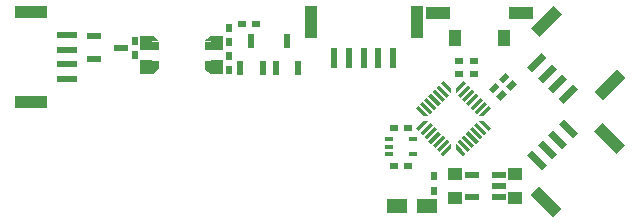
<source format=gbr>
G04 #@! TF.FileFunction,Soldermask,Bot*
%FSLAX46Y46*%
G04 Gerber Fmt 4.6, Leading zero omitted, Abs format (unit mm)*
G04 Created by KiCad (PCBNEW 4.0.7-e2-6376~58~ubuntu14.04.1) date Wed May 23 17:30:10 2018*
%MOMM*%
%LPD*%
G01*
G04 APERTURE LIST*
%ADD10C,0.100000*%
%ADD11R,1.200000X0.600000*%
%ADD12R,0.600000X1.700000*%
%ADD13R,1.000000X2.700000*%
%ADD14R,1.200000X1.000000*%
%ADD15R,0.500000X0.800000*%
%ADD16R,0.800000X0.500000*%
%ADD17R,1.600000X0.800000*%
%ADD18R,1.000000X1.200000*%
%ADD19R,1.700000X0.600000*%
%ADD20R,2.700000X1.000000*%
%ADD21R,1.000000X1.400000*%
%ADD22R,2.000000X1.000000*%
%ADD23R,0.600000X1.200000*%
%ADD24R,1.800000X1.250000*%
%ADD25R,0.800000X0.300000*%
G04 APERTURE END LIST*
D10*
G36*
X191560660Y-67630152D02*
X190924264Y-68266548D01*
X190712132Y-68054416D01*
X191348528Y-67418020D01*
X191560660Y-67630152D01*
X191560660Y-67630152D01*
G37*
G36*
X191914213Y-67983705D02*
X191065685Y-68832233D01*
X190853553Y-68620101D01*
X191702081Y-67771573D01*
X191914213Y-67983705D01*
X191914213Y-67983705D01*
G37*
G36*
X192267767Y-68337258D02*
X191419239Y-69185786D01*
X191207107Y-68973654D01*
X192055635Y-68125126D01*
X192267767Y-68337258D01*
X192267767Y-68337258D01*
G37*
G36*
X192621320Y-68690812D02*
X191772792Y-69539340D01*
X191560660Y-69327208D01*
X192409188Y-68478680D01*
X192621320Y-68690812D01*
X192621320Y-68690812D01*
G37*
G36*
X192974874Y-69044365D02*
X192126346Y-69892893D01*
X191914214Y-69680761D01*
X192762742Y-68832233D01*
X192974874Y-69044365D01*
X192974874Y-69044365D01*
G37*
G36*
X193328427Y-69397919D02*
X192479899Y-70246447D01*
X192267767Y-70034315D01*
X193116295Y-69185787D01*
X193328427Y-69397919D01*
X193328427Y-69397919D01*
G37*
G36*
X193681980Y-69751472D02*
X193045584Y-70387868D01*
X192833452Y-70175736D01*
X193469848Y-69539340D01*
X193681980Y-69751472D01*
X193681980Y-69751472D01*
G37*
G36*
X193469848Y-71660660D02*
X192833452Y-71024264D01*
X193045584Y-70812132D01*
X193681980Y-71448528D01*
X193469848Y-71660660D01*
X193469848Y-71660660D01*
G37*
G36*
X193116295Y-72014213D02*
X192267767Y-71165685D01*
X192479899Y-70953553D01*
X193328427Y-71802081D01*
X193116295Y-72014213D01*
X193116295Y-72014213D01*
G37*
G36*
X192762742Y-72367767D02*
X191914214Y-71519239D01*
X192126346Y-71307107D01*
X192974874Y-72155635D01*
X192762742Y-72367767D01*
X192762742Y-72367767D01*
G37*
G36*
X192409188Y-72721320D02*
X191560660Y-71872792D01*
X191772792Y-71660660D01*
X192621320Y-72509188D01*
X192409188Y-72721320D01*
X192409188Y-72721320D01*
G37*
G36*
X192055635Y-73074874D02*
X191207107Y-72226346D01*
X191419239Y-72014214D01*
X192267767Y-72862742D01*
X192055635Y-73074874D01*
X192055635Y-73074874D01*
G37*
G36*
X191702081Y-73428427D02*
X190853553Y-72579899D01*
X191065685Y-72367767D01*
X191914213Y-73216295D01*
X191702081Y-73428427D01*
X191702081Y-73428427D01*
G37*
G36*
X191348528Y-73781980D02*
X190712132Y-73145584D01*
X190924264Y-72933452D01*
X191560660Y-73569848D01*
X191348528Y-73781980D01*
X191348528Y-73781980D01*
G37*
G36*
X190287868Y-73145584D02*
X189651472Y-73781980D01*
X189439340Y-73569848D01*
X190075736Y-72933452D01*
X190287868Y-73145584D01*
X190287868Y-73145584D01*
G37*
G36*
X190146447Y-72579899D02*
X189297919Y-73428427D01*
X189085787Y-73216295D01*
X189934315Y-72367767D01*
X190146447Y-72579899D01*
X190146447Y-72579899D01*
G37*
G36*
X189792893Y-72226346D02*
X188944365Y-73074874D01*
X188732233Y-72862742D01*
X189580761Y-72014214D01*
X189792893Y-72226346D01*
X189792893Y-72226346D01*
G37*
G36*
X189439340Y-71872792D02*
X188590812Y-72721320D01*
X188378680Y-72509188D01*
X189227208Y-71660660D01*
X189439340Y-71872792D01*
X189439340Y-71872792D01*
G37*
G36*
X189085786Y-71519239D02*
X188237258Y-72367767D01*
X188025126Y-72155635D01*
X188873654Y-71307107D01*
X189085786Y-71519239D01*
X189085786Y-71519239D01*
G37*
G36*
X188732233Y-71165685D02*
X187883705Y-72014213D01*
X187671573Y-71802081D01*
X188520101Y-70953553D01*
X188732233Y-71165685D01*
X188732233Y-71165685D01*
G37*
G36*
X188166548Y-71024264D02*
X187530152Y-71660660D01*
X187318020Y-71448528D01*
X187954416Y-70812132D01*
X188166548Y-71024264D01*
X188166548Y-71024264D01*
G37*
G36*
X187954416Y-70387868D02*
X187318020Y-69751472D01*
X187530152Y-69539340D01*
X188166548Y-70175736D01*
X187954416Y-70387868D01*
X187954416Y-70387868D01*
G37*
G36*
X188520101Y-70246447D02*
X187671573Y-69397919D01*
X187883705Y-69185787D01*
X188732233Y-70034315D01*
X188520101Y-70246447D01*
X188520101Y-70246447D01*
G37*
G36*
X188873654Y-69892893D02*
X188025126Y-69044365D01*
X188237258Y-68832233D01*
X189085786Y-69680761D01*
X188873654Y-69892893D01*
X188873654Y-69892893D01*
G37*
G36*
X189227208Y-69539340D02*
X188378680Y-68690812D01*
X188590812Y-68478680D01*
X189439340Y-69327208D01*
X189227208Y-69539340D01*
X189227208Y-69539340D01*
G37*
G36*
X189580761Y-69185786D02*
X188732233Y-68337258D01*
X188944365Y-68125126D01*
X189792893Y-68973654D01*
X189580761Y-69185786D01*
X189580761Y-69185786D01*
G37*
G36*
X189934315Y-68832233D02*
X189085787Y-67983705D01*
X189297919Y-67771573D01*
X190146447Y-68620101D01*
X189934315Y-68832233D01*
X189934315Y-68832233D01*
G37*
G36*
X190075736Y-68266548D02*
X189439340Y-67630152D01*
X189651472Y-67418020D01*
X190287868Y-68054416D01*
X190075736Y-68266548D01*
X190075736Y-68266548D01*
G37*
G36*
X191242462Y-67948349D02*
X190676776Y-68514035D01*
X190676776Y-68089771D01*
X190818198Y-67948349D01*
X191242462Y-67948349D01*
X191242462Y-67948349D01*
G37*
G36*
X190323224Y-68514035D02*
X189757538Y-67948349D01*
X190181802Y-67948349D01*
X190323224Y-68089771D01*
X190323224Y-68514035D01*
X190323224Y-68514035D01*
G37*
G36*
X190676776Y-72685965D02*
X191242462Y-73251651D01*
X190818198Y-73251651D01*
X190676776Y-73110229D01*
X190676776Y-72685965D01*
X190676776Y-72685965D01*
G37*
G36*
X189757538Y-73251651D02*
X190323224Y-72685965D01*
X190323224Y-73110229D01*
X190181802Y-73251651D01*
X189757538Y-73251651D01*
X189757538Y-73251651D01*
G37*
G36*
X192585965Y-70423224D02*
X193151651Y-69857538D01*
X193151651Y-70281802D01*
X193010229Y-70423224D01*
X192585965Y-70423224D01*
X192585965Y-70423224D01*
G37*
G36*
X193151651Y-71342462D02*
X192585965Y-70776776D01*
X193010229Y-70776776D01*
X193151651Y-70918198D01*
X193151651Y-71342462D01*
X193151651Y-71342462D01*
G37*
G36*
X188414035Y-70776776D02*
X187848349Y-71342462D01*
X187848349Y-70918198D01*
X187989771Y-70776776D01*
X188414035Y-70776776D01*
X188414035Y-70776776D01*
G37*
G36*
X187848349Y-69857538D02*
X188414035Y-70423224D01*
X187989771Y-70423224D01*
X187848349Y-70281802D01*
X187848349Y-69857538D01*
X187848349Y-69857538D01*
G37*
D11*
X162350000Y-64600000D03*
X160050000Y-65550000D03*
X160050000Y-63650000D03*
D12*
X182900000Y-65500000D03*
X184150000Y-65500000D03*
X181650000Y-65500000D03*
X180400000Y-65500000D03*
D13*
X187400000Y-62450000D03*
X178400000Y-62450000D03*
D12*
X185400000Y-65500000D03*
D11*
X194350000Y-76300000D03*
X194350000Y-75350000D03*
X194350000Y-77250000D03*
X192050000Y-77250000D03*
X192050000Y-75350000D03*
D14*
X195750000Y-75300000D03*
X195750000Y-77300000D03*
D15*
X188850000Y-76700000D03*
X188850000Y-75500000D03*
D14*
X190600000Y-75300000D03*
X190600000Y-77300000D03*
D16*
X192200000Y-65700000D03*
X191000000Y-65700000D03*
D17*
X164800000Y-64450000D03*
X164800000Y-66050000D03*
X170200000Y-64450000D03*
X170200000Y-66050000D03*
D18*
X170500000Y-64250000D03*
X170500000Y-66250000D03*
X164500000Y-64250000D03*
X164500000Y-66250000D03*
D10*
G36*
X170050000Y-63650000D02*
X170600000Y-64050000D01*
X169400000Y-64050000D01*
X169950000Y-63650000D01*
X170050000Y-63650000D01*
X170050000Y-63650000D01*
G37*
G36*
X169950000Y-66850000D02*
X169400000Y-66450000D01*
X170600000Y-66450000D01*
X170050000Y-66850000D01*
X169950000Y-66850000D01*
X169950000Y-66850000D01*
G37*
G36*
X165050000Y-63650000D02*
X165600000Y-64050000D01*
X164400000Y-64050000D01*
X164950000Y-63650000D01*
X165050000Y-63650000D01*
X165050000Y-63650000D01*
G37*
G36*
X164950000Y-66850000D02*
X164400000Y-66450000D01*
X165600000Y-66450000D01*
X165050000Y-66850000D01*
X164950000Y-66850000D01*
X164950000Y-66850000D01*
G37*
D19*
X157800000Y-64775000D03*
X157800000Y-63525000D03*
X157800000Y-66025000D03*
X157800000Y-67275000D03*
D20*
X154750000Y-61600000D03*
X154750000Y-69200000D03*
D10*
G36*
X198526687Y-68032932D02*
X199728769Y-66830850D01*
X200153033Y-67255114D01*
X198950951Y-68457196D01*
X198526687Y-68032932D01*
X198526687Y-68032932D01*
G37*
G36*
X199410571Y-68916816D02*
X200612653Y-67714734D01*
X201036917Y-68138998D01*
X199834835Y-69341080D01*
X199410571Y-68916816D01*
X199410571Y-68916816D01*
G37*
G36*
X197642804Y-67149049D02*
X198844886Y-65946967D01*
X199269150Y-66371231D01*
X198067068Y-67573313D01*
X197642804Y-67149049D01*
X197642804Y-67149049D01*
G37*
G36*
X196758920Y-66265165D02*
X197961002Y-65063083D01*
X198385266Y-65487347D01*
X197183184Y-66689429D01*
X196758920Y-66265165D01*
X196758920Y-66265165D01*
G37*
G36*
X202433452Y-68333453D02*
X204342641Y-66424264D01*
X205049748Y-67131371D01*
X203140559Y-69040560D01*
X202433452Y-68333453D01*
X202433452Y-68333453D01*
G37*
G36*
X197059440Y-62959441D02*
X198968629Y-61050252D01*
X199675736Y-61757359D01*
X197766547Y-63666548D01*
X197059440Y-62959441D01*
X197059440Y-62959441D01*
G37*
G36*
X198067068Y-72426687D02*
X199269150Y-73628769D01*
X198844886Y-74053033D01*
X197642804Y-72850951D01*
X198067068Y-72426687D01*
X198067068Y-72426687D01*
G37*
G36*
X197183184Y-73310571D02*
X198385266Y-74512653D01*
X197961002Y-74936917D01*
X196758920Y-73734835D01*
X197183184Y-73310571D01*
X197183184Y-73310571D01*
G37*
G36*
X198950951Y-71542804D02*
X200153033Y-72744886D01*
X199728769Y-73169150D01*
X198526687Y-71967068D01*
X198950951Y-71542804D01*
X198950951Y-71542804D01*
G37*
G36*
X199834835Y-70658920D02*
X201036917Y-71861002D01*
X200612653Y-72285266D01*
X199410571Y-71083184D01*
X199834835Y-70658920D01*
X199834835Y-70658920D01*
G37*
G36*
X197766547Y-76333452D02*
X199675736Y-78242641D01*
X198968629Y-78949748D01*
X197059440Y-77040559D01*
X197766547Y-76333452D01*
X197766547Y-76333452D01*
G37*
G36*
X203140559Y-70959440D02*
X205049748Y-72868629D01*
X204342641Y-73575736D01*
X202433452Y-71666547D01*
X203140559Y-70959440D01*
X203140559Y-70959440D01*
G37*
D15*
X171500000Y-66500000D03*
X171500000Y-65300000D03*
D16*
X185450000Y-74600000D03*
X186650000Y-74600000D03*
X185450000Y-71400000D03*
X186650000Y-71400000D03*
X192200000Y-66800000D03*
X191000000Y-66800000D03*
D15*
X171500000Y-62900000D03*
X171500000Y-64100000D03*
X163500000Y-64000000D03*
X163500000Y-65200000D03*
D21*
X190600000Y-63800000D03*
X194800000Y-63800000D03*
D22*
X189200000Y-61650000D03*
X196200000Y-61650000D03*
D23*
X173400000Y-64050000D03*
X174350000Y-66350000D03*
X172450000Y-66350000D03*
X176400000Y-64050000D03*
X177350000Y-66350000D03*
X175450000Y-66350000D03*
D10*
G36*
X195530330Y-67316117D02*
X195883883Y-67669670D01*
X195318198Y-68235355D01*
X194964645Y-67881802D01*
X195530330Y-67316117D01*
X195530330Y-67316117D01*
G37*
G36*
X194681802Y-68164645D02*
X195035355Y-68518198D01*
X194469670Y-69083883D01*
X194116117Y-68730330D01*
X194681802Y-68164645D01*
X194681802Y-68164645D01*
G37*
G36*
X194930330Y-66716117D02*
X195283883Y-67069670D01*
X194718198Y-67635355D01*
X194364645Y-67281802D01*
X194930330Y-66716117D01*
X194930330Y-66716117D01*
G37*
G36*
X194081802Y-67564645D02*
X194435355Y-67918198D01*
X193869670Y-68483883D01*
X193516117Y-68130330D01*
X194081802Y-67564645D01*
X194081802Y-67564645D01*
G37*
D16*
X172600000Y-62600000D03*
X173800000Y-62600000D03*
D24*
X188300000Y-78000000D03*
X185700000Y-78000000D03*
D25*
X185050000Y-73650000D03*
X185050000Y-73000000D03*
X185050000Y-72350000D03*
X187050000Y-72350000D03*
X187050000Y-73650000D03*
M02*

</source>
